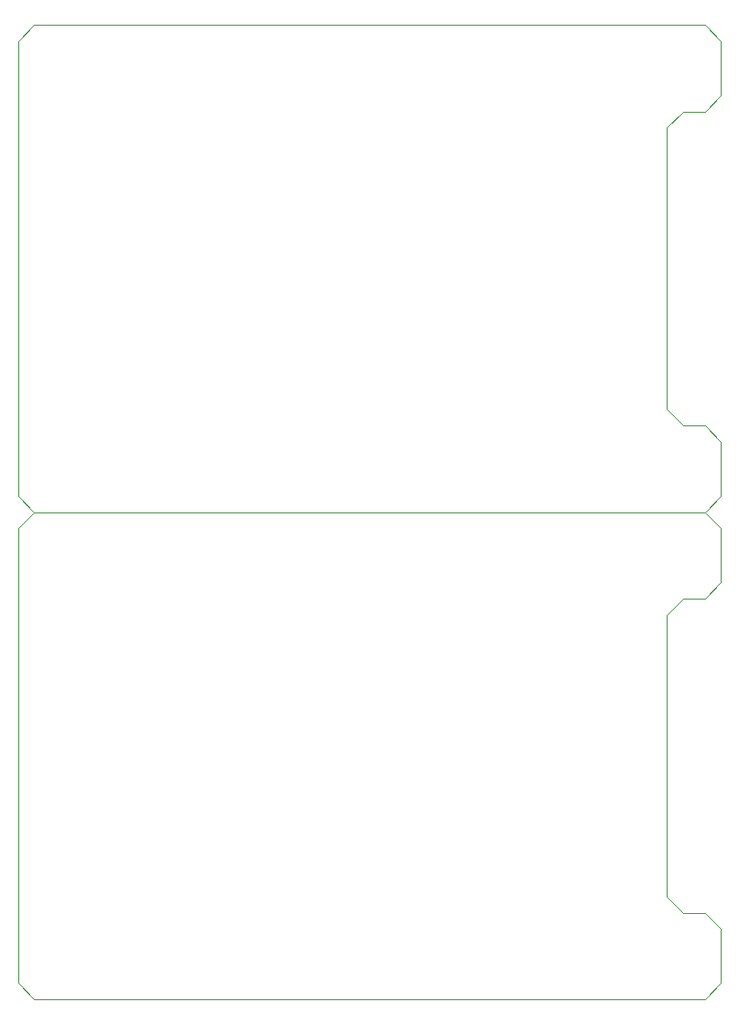
<source format=gbr>
G04 #@! TF.GenerationSoftware,KiCad,Pcbnew,(5.99.0-3349-gc9824bbd9)*
G04 #@! TF.CreationDate,2020-09-22T10:36:59-07:00*
G04 #@! TF.ProjectId,Alchitry_IO_Shield,416c6368-6974-4727-995f-494f5f536869,rev?*
G04 #@! TF.SameCoordinates,Original*
G04 #@! TF.FileFunction,Profile,NP*
%FSLAX46Y46*%
G04 Gerber Fmt 4.6, Leading zero omitted, Abs format (unit mm)*
G04 Created by KiCad (PCBNEW (5.99.0-3349-gc9824bbd9)) date 2020-09-22 10:36:59*
%MOMM*%
%LPD*%
G01*
G04 APERTURE LIST*
G04 #@! TA.AperFunction,Profile*
%ADD10C,0.050000*%
G04 #@! TD*
G04 APERTURE END LIST*
D10*
X13500000Y-57000000D02*
X75500000Y-57000000D01*
X77000000Y-100500000D02*
X77000000Y-95500000D01*
X13500000Y-57000000D02*
X12000000Y-58500000D01*
X75500000Y-65000000D02*
X77000000Y-63500000D01*
X75500000Y-102000000D02*
X77000000Y-100500000D01*
X72000000Y-66500000D02*
X73500000Y-65000000D01*
X73500000Y-94000000D02*
X72000000Y-92500000D01*
X77000000Y-95500000D02*
X75500000Y-94000000D01*
X77000000Y-63500000D02*
X77000000Y-58500000D01*
X72000000Y-92500000D02*
X72000000Y-66500000D01*
X75500000Y-94000000D02*
X73500000Y-94000000D01*
X13500000Y-102000000D02*
X75500000Y-102000000D01*
X73500000Y-65000000D02*
X75500000Y-65000000D01*
X77000000Y-58500000D02*
X75500000Y-57000000D01*
X12000000Y-100500000D02*
X13500000Y-102000000D01*
X12000000Y-58500000D02*
X12000000Y-100500000D01*
X12000000Y-13500000D02*
X12000000Y-55500000D01*
X12000000Y-55500000D02*
X13500000Y-57000000D01*
X77000000Y-13500000D02*
X75500000Y-12000000D01*
X73500000Y-20000000D02*
X75500000Y-20000000D01*
X75500000Y-49000000D02*
X73500000Y-49000000D01*
X72000000Y-47500000D02*
X72000000Y-21500000D01*
X77000000Y-18500000D02*
X77000000Y-13500000D01*
X77000000Y-50500000D02*
X75500000Y-49000000D01*
X75500000Y-12000000D02*
X13500000Y-12000000D01*
X73500000Y-49000000D02*
X72000000Y-47500000D01*
X72000000Y-21500000D02*
X73500000Y-20000000D01*
X75500000Y-57000000D02*
X77000000Y-55500000D01*
X75500000Y-20000000D02*
X77000000Y-18500000D01*
X13500000Y-12000000D02*
X12000000Y-13500000D01*
X77000000Y-55500000D02*
X77000000Y-50500000D01*
M02*

</source>
